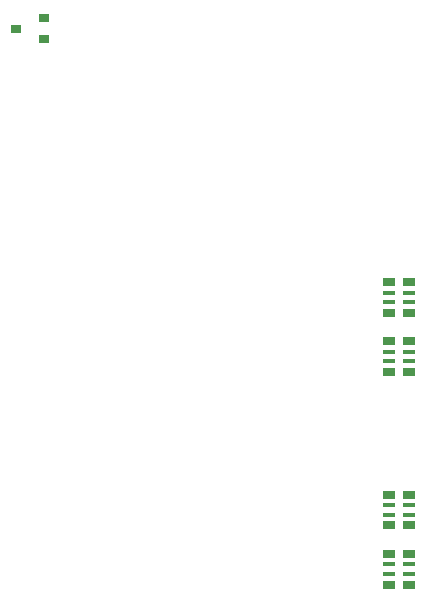
<source format=gbp>
G04 Layer_Color=128*
%FSLAX25Y25*%
%MOIN*%
G70*
G01*
G75*
%ADD31R,0.04331X0.01772*%
%ADD32R,0.04331X0.02756*%
%ADD86R,0.03740X0.02559*%
D31*
X239567Y88189D02*
D03*
Y85039D02*
D03*
X232874Y88189D02*
D03*
Y85039D02*
D03*
X232874Y104724D02*
D03*
Y107874D02*
D03*
X239567Y104724D02*
D03*
Y107874D02*
D03*
X239567Y159055D02*
D03*
Y155905D02*
D03*
X232874Y159055D02*
D03*
Y155905D02*
D03*
X239567Y178740D02*
D03*
Y175591D02*
D03*
X232874Y178740D02*
D03*
Y175591D02*
D03*
D32*
X239567Y91713D02*
D03*
Y81516D02*
D03*
X232874Y91713D02*
D03*
Y81516D02*
D03*
X232874Y101201D02*
D03*
Y111398D02*
D03*
X239567Y101201D02*
D03*
Y111398D02*
D03*
X239567Y162579D02*
D03*
Y152382D02*
D03*
X232874Y162579D02*
D03*
Y152382D02*
D03*
X239567Y182264D02*
D03*
Y172067D02*
D03*
X232874Y182264D02*
D03*
Y172067D02*
D03*
D86*
X108563Y266732D02*
D03*
X117815Y263189D02*
D03*
Y270276D02*
D03*
M02*

</source>
